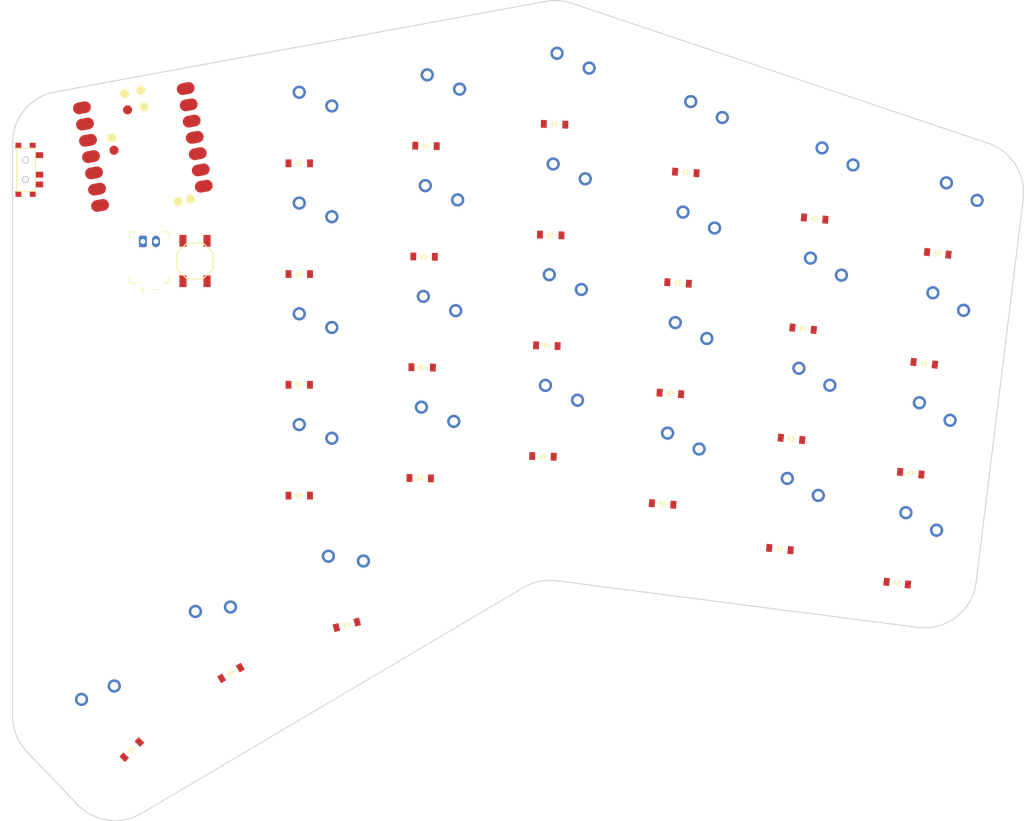
<source format=kicad_pcb>
(kicad_pcb (version 20171130) (host pcbnew 5.1.6)
  (title_block (title "biggie-splays_choc_v1_right") (rev "v1.0.0") (company "Unknown"))
  (layers (0 F.Cu signal) (31 B.Cu signal) (34 B.Paste user) (35 F.Paste user) (36 B.SilkS user) (37 F.SilkS user) (38 B.Mask user) (39 F.Mask user) (44 Edge.Cuts user))
  (net 0 "")
  (net 1 "D5")
  (net 2 "mirror_stretch_bottom")
  (net 3 "GND")
  (net 4 "D1")
  (net 5 "D2")
  (net 6 "mirror_stretch_home")
  (net 7 "mirror_stretch_high")
  (net 8 "mirror_stretch_num")
  (net 9 "D7")
  (net 10 "mirror_pinky_bottom")
  (net 11 "mirror_pinky_home")
  (net 12 "mirror_pinky_high")
  (net 13 "mirror_pinky_num")
  (net 14 "D9")
  (net 15 "mirror_ring_bottom")
  (net 16 "mirror_ring_home")
  (net 17 "mirror_ring_high")
  (net 18 "mirror_ring_num")
  (net 19 "D3")
  (net 20 "mirror_middle_bottom")
  (net 21 "mirror_middle_home")
  (net 22 "mirror_middle_high")
  (net 23 "mirror_middle_num")
  (net 24 "mirror_index_bottom")
  (net 25 "mirror_index_home")
  (net 26 "mirror_index_high")
  (net 27 "mirror_index_num")
  (net 28 "D0")
  (net 29 "mirror_inner_bottom")
  (net 30 "mirror_inner_home")
  (net 31 "mirror_inner_high")
  (net 32 "mirror_inner_num")
  (net 33 "mirror_near_fan")
  (net 34 "mirror_mid_fan")
  (net 35 "mirror_far_fan")
  (net 36 "D4")
  (net 37 "D6")
  (net 38 "D8")
  (net 39 "D10")
  (net 40 "RAW3V3")
  (net 41 "RAW5V")
  (net 42 "CLK")
  (net 43 "DIO")
  (net 44 "RST")
  (net 45 "BAT")
  (net 46 "NFC1")
  (net 47 "NFC2")
  (net 48 "BATCON")
  (net 49 "JST1_1")
  (net 50 "JST1_2")
  (footprint "ceoloide:switch_choc_v1_v2" (layer "B.Cu") (at 276.283683 164.0339861 -7)
    (property "Reference" "S1" hide)
    (pad "" np_thru_hole circle (at 0 0 -7) (size 3.4 3.4) (drill 3.4) (layers "*.Cu" "*.Mask"))
    (pad "" np_thru_hole circle (at 5.5 0 -7) (size 1.9 1.9) (drill 1.9) (layers "*.Cu" "*.Mask"))
    (pad "" np_thru_hole circle (at -5.5 0 -7) (size 1.9 1.9) (drill 1.9) (layers "*.Cu" "*.Mask"))
    (pad "2" thru_hole circle (at 0 -5.9 188) (size 2.032 2.032) (drill 1.27) (layers "*.Cu" "*.Mask") (net 1 "D5"))
    (pad "1" thru_hole circle (at 5 -3.8 188) (size 2.032 2.032) (drill 1.27) (layers "*.Cu" "*.Mask") (net 2 "mirror_stretch_bottom"))
  )
  (footprint "ceoloide:switch_choc_v1_v2" (layer "B.Cu") (at 278.35546179999994 147.1607015 -7)
    (property "Reference" "S2" hide)
    (pad "" np_thru_hole circle (at 0 0 -7) (size 3.4 3.4) (drill 3.4) (layers "*.Cu" "*.Mask"))
    (pad "" np_thru_hole circle (at 5.5 0 -7) (size 1.9 1.9) (drill 1.9) (layers "*.Cu" "*.Mask"))
    (pad "" np_thru_hole circle (at -5.5 0 -7) (size 1.9 1.9) (drill 1.9) (layers "*.Cu" "*.Mask"))
    (pad "2" thru_hole circle (at 0 -5.9 188) (size 2.032 2.032) (drill 1.27) (layers "*.Cu" "*.Mask") (net 1 "D5"))
    (pad "1" thru_hole circle (at 5 -3.8 188) (size 2.032 2.032) (drill 1.27) (layers "*.Cu" "*.Mask") (net 6 "mirror_stretch_home"))
  )
  (footprint "ceoloide:switch_choc_v1_v2" (layer "B.Cu") (at 280.42724069999997 130.2874169 -7)
    (property "Reference" "S3" hide)
    (pad "" np_thru_hole circle (at 0 0 -7) (size 3.4 3.4) (drill 3.4) (layers "*.Cu" "*.Mask"))
    (pad "" np_thru_hole circle (at 5.5 0 -7) (size 1.9 1.9) (drill 1.9) (layers "*.Cu" "*.Mask"))
    (pad "" np_thru_hole circle (at -5.5 0 -7) (size 1.9 1.9) (drill 1.9) (layers "*.Cu" "*.Mask"))
    (pad "2" thru_hole circle (at 0 -5.9 188) (size 2.032 2.032) (drill 1.27) (layers "*.Cu" "*.Mask") (net 1 "D5"))
    (pad "1" thru_hole circle (at 5 -3.8 188) (size 2.032 2.032) (drill 1.27) (layers "*.Cu" "*.Mask") (net 7 "mirror_stretch_high"))
  )
  (footprint "ceoloide:switch_choc_v1_v2" (layer "B.Cu") (at 282.4990195 113.4141324 -7)
    (property "Reference" "S4" hide)
    (pad "" np_thru_hole circle (at 0 0 -7) (size 3.4 3.4) (drill 3.4) (layers "*.Cu" "*.Mask"))
    (pad "" np_thru_hole circle (at 5.5 0 -7) (size 1.9 1.9) (drill 1.9) (layers "*.Cu" "*.Mask"))
    (pad "" np_thru_hole circle (at -5.5 0 -7) (size 1.9 1.9) (drill 1.9) (layers "*.Cu" "*.Mask"))
    (pad "2" thru_hole circle (at 0 -5.9 188) (size 2.032 2.032) (drill 1.27) (layers "*.Cu" "*.Mask") (net 1 "D5"))
    (pad "1" thru_hole circle (at 5 -3.8 188) (size 2.032 2.032) (drill 1.27) (layers "*.Cu" "*.Mask") (net 8 "mirror_stretch_num"))
  )
  (footprint "ceoloide:switch_choc_v1_v2" (layer "B.Cu") (at 258.18793259999995 158.7895778 -6)
    (property "Reference" "S5" hide)
    (pad "" np_thru_hole circle (at 0 0 -6) (size 3.4 3.4) (drill 3.4) (layers "*.Cu" "*.Mask"))
    (pad "" np_thru_hole circle (at 5.5 0 -6) (size 1.9 1.9) (drill 1.9) (layers "*.Cu" "*.Mask"))
    (pad "" np_thru_hole circle (at -5.5 0 -6) (size 1.9 1.9) (drill 1.9) (layers "*.Cu" "*.Mask"))
    (pad "2" thru_hole circle (at 0 -5.9 189) (size 2.032 2.032) (drill 1.27) (layers "*.Cu" "*.Mask") (net 9 "D7"))
    (pad "1" thru_hole circle (at 5 -3.8 189) (size 2.032 2.032) (drill 1.27) (layers "*.Cu" "*.Mask") (net 10 "mirror_pinky_bottom"))
  )
  (footprint "ceoloide:switch_choc_v1_v2" (layer "B.Cu") (at 259.96491649999996 141.8827056 -6)
    (property "Reference" "S6" hide)
    (pad "" np_thru_hole circle (at 0 0 -6) (size 3.4 3.4) (drill 3.4) (layers "*.Cu" "*.Mask"))
    (pad "" np_thru_hole circle (at 5.5 0 -6) (size 1.9 1.9) (drill 1.9) (layers "*.Cu" "*.Mask"))
    (pad "" np_thru_hole circle (at -5.5 0 -6) (size 1.9 1.9) (drill 1.9) (layers "*.Cu" "*.Mask"))
    (pad "2" thru_hole circle (at 0 -5.9 189) (size 2.032 2.032) (drill 1.27) (layers "*.Cu" "*.Mask") (net 9 "D7"))
    (pad "1" thru_hole circle (at 5 -3.8 189) (size 2.032 2.032) (drill 1.27) (layers "*.Cu" "*.Mask") (net 11 "mirror_pinky_home"))
  )
  (footprint "ceoloide:switch_choc_v1_v2" (layer "B.Cu") (at 261.74190039999996 124.9758334 -6)
    (property "Reference" "S7" hide)
    (pad "" np_thru_hole circle (at 0 0 -6) (size 3.4 3.4) (drill 3.4) (layers "*.Cu" "*.Mask"))
    (pad "" np_thru_hole circle (at 5.5 0 -6) (size 1.9 1.9) (drill 1.9) (layers "*.Cu" "*.Mask"))
    (pad "" np_thru_hole circle (at -5.5 0 -6) (size 1.9 1.9) (drill 1.9) (layers "*.Cu" "*.Mask"))
    (pad "2" thru_hole circle (at 0 -5.9 189) (size 2.032 2.032) (drill 1.27) (layers "*.Cu" "*.Mask") (net 9 "D7"))
    (pad "1" thru_hole circle (at 5 -3.8 189) (size 2.032 2.032) (drill 1.27) (layers "*.Cu" "*.Mask") (net 12 "mirror_pinky_high"))
  )
  (footprint "ceoloide:switch_choc_v1_v2" (layer "B.Cu") (at 263.5188842 108.0689612 -6)
    (property "Reference" "S8" hide)
    (pad "" np_thru_hole circle (at 0 0 -6) (size 3.4 3.4) (drill 3.4) (layers "*.Cu" "*.Mask"))
    (pad "" np_thru_hole circle (at 5.5 0 -6) (size 1.9 1.9) (drill 1.9) (layers "*.Cu" "*.Mask"))
    (pad "" np_thru_hole circle (at -5.5 0 -6) (size 1.9 1.9) (drill 1.9) (layers "*.Cu" "*.Mask"))
    (pad "2" thru_hole circle (at 0 -5.9 189) (size 2.032 2.032) (drill 1.27) (layers "*.Cu" "*.Mask") (net 9 "D7"))
    (pad "1" thru_hole circle (at 5 -3.8 189) (size 2.032 2.032) (drill 1.27) (layers "*.Cu" "*.Mask") (net 13 "mirror_pinky_num"))
  )
  (footprint "ceoloide:switch_choc_v1_v2" (layer "B.Cu") (at 240.0135633 151.8518333 -4)
    (property "Reference" "S9" hide)
    (pad "" np_thru_hole circle (at 0 0 -4) (size 3.4 3.4) (drill 3.4) (layers "*.Cu" "*.Mask"))
    (pad "" np_thru_hole circle (at 5.5 0 -4) (size 1.9 1.9) (drill 1.9) (layers "*.Cu" "*.Mask"))
    (pad "" np_thru_hole circle (at -5.5 0 -4) (size 1.9 1.9) (drill 1.9) (layers "*.Cu" "*.Mask"))
    (pad "2" thru_hole circle (at 0 -5.9 191) (size 2.032 2.032) (drill 1.27) (layers "*.Cu" "*.Mask") (net 14 "D9"))
    (pad "1" thru_hole circle (at 5 -3.8 191) (size 2.032 2.032) (drill 1.27) (layers "*.Cu" "*.Mask") (net 15 "mirror_ring_bottom"))
  )
  (footprint "ceoloide:switch_choc_v1_v2" (layer "B.Cu") (at 241.19942329999998 134.8932444 -4)
    (property "Reference" "S10" hide)
    (pad "" np_thru_hole circle (at 0 0 -4) (size 3.4 3.4) (drill 3.4) (layers "*.Cu" "*.Mask"))
    (pad "" np_thru_hole circle (at 5.5 0 -4) (size 1.9 1.9) (drill 1.9) (layers "*.Cu" "*.Mask"))
    (pad "" np_thru_hole circle (at -5.5 0 -4) (size 1.9 1.9) (drill 1.9) (layers "*.Cu" "*.Mask"))
    (pad "2" thru_hole circle (at 0 -5.9 191) (size 2.032 2.032) (drill 1.27) (layers "*.Cu" "*.Mask") (net 14 "D9"))
    (pad "1" thru_hole circle (at 5 -3.8 191) (size 2.032 2.032) (drill 1.27) (layers "*.Cu" "*.Mask") (net 16 "mirror_ring_home"))
  )
  (footprint "ceoloide:switch_choc_v1_v2" (layer "B.Cu") (at 242.38528329999997 117.9346556 -4)
    (property "Reference" "S11" hide)
    (pad "" np_thru_hole circle (at 0 0 -4) (size 3.4 3.4) (drill 3.4) (layers "*.Cu" "*.Mask"))
    (pad "" np_thru_hole circle (at 5.5 0 -4) (size 1.9 1.9) (drill 1.9) (layers "*.Cu" "*.Mask"))
    (pad "" np_thru_hole circle (at -5.5 0 -4) (size 1.9 1.9) (drill 1.9) (layers "*.Cu" "*.Mask"))
    (pad "2" thru_hole circle (at 0 -5.9 191) (size 2.032 2.032) (drill 1.27) (layers "*.Cu" "*.Mask") (net 14 "D9"))
    (pad "1" thru_hole circle (at 5 -3.8 191) (size 2.032 2.032) (drill 1.27) (layers "*.Cu" "*.Mask") (net 17 "mirror_ring_high"))
  )
  (footprint "ceoloide:switch_choc_v1_v2" (layer "B.Cu") (at 243.5711433 100.9760667 -4)
    (property "Reference" "S12" hide)
    (pad "" np_thru_hole circle (at 0 0 -4) (size 3.4 3.4) (drill 3.4) (layers "*.Cu" "*.Mask"))
    (pad "" np_thru_hole circle (at 5.5 0 -4) (size 1.9 1.9) (drill 1.9) (layers "*.Cu" "*.Mask"))
    (pad "" np_thru_hole circle (at -5.5 0 -4) (size 1.9 1.9) (drill 1.9) (layers "*.Cu" "*.Mask"))
    (pad "2" thru_hole circle (at 0 -5.9 191) (size 2.032 2.032) (drill 1.27) (layers "*.Cu" "*.Mask") (net 14 "D9"))
    (pad "1" thru_hole circle (at 5 -3.8 191) (size 2.032 2.032) (drill 1.27) (layers "*.Cu" "*.Mask") (net 18 "mirror_ring_num"))
  )
  (footprint "ceoloide:switch_choc_v1_v2" (layer "B.Cu") (at 221.47838519999996 144.5410759 -2)
    (property "Reference" "S13" hide)
    (pad "" np_thru_hole circle (at 0 0 -2) (size 3.4 3.4) (drill 3.4) (layers "*.Cu" "*.Mask"))
    (pad "" np_thru_hole circle (at 5.5 0 -2) (size 1.9 1.9) (drill 1.9) (layers "*.Cu" "*.Mask"))
    (pad "" np_thru_hole circle (at -5.5 0 -2) (size 1.9 1.9) (drill 1.9) (layers "*.Cu" "*.Mask"))
    (pad "2" thru_hole circle (at 0 -5.9 193) (size 2.032 2.032) (drill 1.27) (layers "*.Cu" "*.Mask") (net 19 "D3"))
    (pad "1" thru_hole circle (at 5 -3.8 193) (size 2.032 2.032) (drill 1.27) (layers "*.Cu" "*.Mask") (net 20 "mirror_middle_bottom"))
  )
  (footprint "ceoloide:switch_choc_v1_v2" (layer "B.Cu") (at 222.0716766 127.5514318 -2)
    (property "Reference" "S14" hide)
    (pad "" np_thru_hole circle (at 0 0 -2) (size 3.4 3.4) (drill 3.4) (layers "*.Cu" "*.Mask"))
    (pad "" np_thru_hole circle (at 5.5 0 -2) (size 1.9 1.9) (drill 1.9) (layers "*.Cu" "*.Mask"))
    (pad "" np_thru_hole circle (at -5.5 0 -2) (size 1.9 1.9) (drill 1.9) (layers "*.Cu" "*.Mask"))
    (pad "2" thru_hole circle (at 0 -5.9 193) (size 2.032 2.032) (drill 1.27) (layers "*.Cu" "*.Mask") (net 19 "D3"))
    (pad "1" thru_hole circle (at 5 -3.8 193) (size 2.032 2.032) (drill 1.27) (layers "*.Cu" "*.Mask") (net 21 "mirror_middle_home"))
  )
  (footprint "ceoloide:switch_choc_v1_v2" (layer "B.Cu") (at 222.66496809999998 110.5617878 -2)
    (property "Reference" "S15" hide)
    (pad "" np_thru_hole circle (at 0 0 -2) (size 3.4 3.4) (drill 3.4) (layers "*.Cu" "*.Mask"))
    (pad "" np_thru_hole circle (at 5.5 0 -2) (size 1.9 1.9) (drill 1.9) (layers "*.Cu" "*.Mask"))
    (pad "" np_thru_hole circle (at -5.5 0 -2) (size 1.9 1.9) (drill 1.9) (layers "*.Cu" "*.Mask"))
    (pad "2" thru_hole circle (at 0 -5.9 193) (size 2.032 2.032) (drill 1.27) (layers "*.Cu" "*.Mask") (net 19 "D3"))
    (pad "1" thru_hole circle (at 5 -3.8 193) (size 2.032 2.032) (drill 1.27) (layers "*.Cu" "*.Mask") (net 22 "mirror_middle_high"))
  )
  (footprint "ceoloide:switch_choc_v1_v2" (layer "B.Cu") (at 223.25825959999997 93.5721437 -2)
    (property "Reference" "S16" hide)
    (pad "" np_thru_hole circle (at 0 0 -2) (size 3.4 3.4) (drill 3.4) (layers "*.Cu" "*.Mask"))
    (pad "" np_thru_hole circle (at 5.5 0 -2) (size 1.9 1.9) (drill 1.9) (layers "*.Cu" "*.Mask"))
    (pad "" np_thru_hole circle (at -5.5 0 -2) (size 1.9 1.9) (drill 1.9) (layers "*.Cu" "*.Mask"))
    (pad "2" thru_hole circle (at 0 -5.9 193) (size 2.032 2.032) (drill 1.27) (layers "*.Cu" "*.Mask") (net 19 "D3"))
    (pad "1" thru_hole circle (at 5 -3.8 193) (size 2.032 2.032) (drill 1.27) (layers "*.Cu" "*.Mask") (net 23 "mirror_middle_num"))
  )
  (footprint "ceoloide:switch_choc_v1_v2" (layer "B.Cu") (at 202.55023969999996 147.8825287 -1)
    (property "Reference" "S17" hide)
    (pad "" np_thru_hole circle (at 0 0 -1) (size 3.4 3.4) (drill 3.4) (layers "*.Cu" "*.Mask"))
    (pad "" np_thru_hole circle (at 5.5 0 -1) (size 1.9 1.9) (drill 1.9) (layers "*.Cu" "*.Mask"))
    (pad "" np_thru_hole circle (at -5.5 0 -1) (size 1.9 1.9) (drill 1.9) (layers "*.Cu" "*.Mask"))
    (pad "2" thru_hole circle (at 0 -5.9 194) (size 2.032 2.032) (drill 1.27) (layers "*.Cu" "*.Mask") (net 5 "D2"))
    (pad "1" thru_hole circle (at 5 -3.8 194) (size 2.032 2.032) (drill 1.27) (layers "*.Cu" "*.Mask") (net 24 "mirror_index_bottom"))
  )
  (footprint "ceoloide:switch_choc_v1_v2" (layer "B.Cu") (at 202.84693059999998 130.8851179 -1)
    (property "Reference" "S18" hide)
    (pad "" np_thru_hole circle (at 0 0 -1) (size 3.4 3.4) (drill 3.4) (layers "*.Cu" "*.Mask"))
    (pad "" np_thru_hole circle (at 5.5 0 -1) (size 1.9 1.9) (drill 1.9) (layers "*.Cu" "*.Mask"))
    (pad "" np_thru_hole circle (at -5.5 0 -1) (size 1.9 1.9) (drill 1.9) (layers "*.Cu" "*.Mask"))
    (pad "2" thru_hole circle (at 0 -5.9 194) (size 2.032 2.032) (drill 1.27) (layers "*.Cu" "*.Mask") (net 5 "D2"))
    (pad "1" thru_hole circle (at 5 -3.8 194) (size 2.032 2.032) (drill 1.27) (layers "*.Cu" "*.Mask") (net 25 "mirror_index_home"))
  )
  (footprint "ceoloide:switch_choc_v1_v2" (layer "B.Cu") (at 203.14362149999997 113.8877071 -1)
    (property "Reference" "S19" hide)
    (pad "" np_thru_hole circle (at 0 0 -1) (size 3.4 3.4) (drill 3.4) (layers "*.Cu" "*.Mask"))
    (pad "" np_thru_hole circle (at 5.5 0 -1) (size 1.9 1.9) (drill 1.9) (layers "*.Cu" "*.Mask"))
    (pad "" np_thru_hole circle (at -5.5 0 -1) (size 1.9 1.9) (drill 1.9) (layers "*.Cu" "*.Mask"))
    (pad "2" thru_hole circle (at 0 -5.9 194) (size 2.032 2.032) (drill 1.27) (layers "*.Cu" "*.Mask") (net 5 "D2"))
    (pad "1" thru_hole circle (at 5 -3.8 194) (size 2.032 2.032) (drill 1.27) (layers "*.Cu" "*.Mask") (net 26 "mirror_index_high"))
  )
  (footprint "ceoloide:switch_choc_v1_v2" (layer "B.Cu") (at 203.4403123 96.8902963 -1)
    (property "Reference" "S20" hide)
    (pad "" np_thru_hole circle (at 0 0 -1) (size 3.4 3.4) (drill 3.4) (layers "*.Cu" "*.Mask"))
    (pad "" np_thru_hole circle (at 5.5 0 -1) (size 1.9 1.9) (drill 1.9) (layers "*.Cu" "*.Mask"))
    (pad "" np_thru_hole circle (at -5.5 0 -1) (size 1.9 1.9) (drill 1.9) (layers "*.Cu" "*.Mask"))
    (pad "2" thru_hole circle (at 0 -5.9 194) (size 2.032 2.032) (drill 1.27) (layers "*.Cu" "*.Mask") (net 5 "D2"))
    (pad "1" thru_hole circle (at 5 -3.8 194) (size 2.032 2.032) (drill 1.27) (layers "*.Cu" "*.Mask") (net 27 "mirror_index_num"))
  )
  (footprint "ceoloide:switch_choc_v1_v2" (layer "B.Cu") (at 183.90071529999997 150.5574571 0)
    (property "Reference" "S21" hide)
    (pad "" np_thru_hole circle (at 0 0 0) (size 3.4 3.4) (drill 3.4) (layers "*.Cu" "*.Mask"))
    (pad "" np_thru_hole circle (at 5.5 0 0) (size 1.9 1.9) (drill 1.9) (layers "*.Cu" "*.Mask"))
    (pad "" np_thru_hole circle (at -5.5 0 0) (size 1.9 1.9) (drill 1.9) (layers "*.Cu" "*.Mask"))
    (pad "2" thru_hole circle (at 0 -5.9 195) (size 2.032 2.032) (drill 1.27) (layers "*.Cu" "*.Mask") (net 28 "D0"))
    (pad "1" thru_hole circle (at 5 -3.8 195) (size 2.032 2.032) (drill 1.27) (layers "*.Cu" "*.Mask") (net 29 "mirror_inner_bottom"))
  )
  (footprint "ceoloide:switch_choc_v1_v2" (layer "B.Cu") (at 183.90071529999997 133.5574571 0)
    (property "Reference" "S22" hide)
    (pad "" np_thru_hole circle (at 0 0 0) (size 3.4 3.4) (drill 3.4) (layers "*.Cu" "*.Mask"))
    (pad "" np_thru_hole circle (at 5.5 0 0) (size 1.9 1.9) (drill 1.9) (layers "*.Cu" "*.Mask"))
    (pad "" np_thru_hole circle (at -5.5 0 0) (size 1.9 1.9) (drill 1.9) (layers "*.Cu" "*.Mask"))
    (pad "2" thru_hole circle (at 0 -5.9 195) (size 2.032 2.032) (drill 1.27) (layers "*.Cu" "*.Mask") (net 28 "D0"))
    (pad "1" thru_hole circle (at 5 -3.8 195) (size 2.032 2.032) (drill 1.27) (layers "*.Cu" "*.Mask") (net 30 "mirror_inner_home"))
  )
  (footprint "ceoloide:switch_choc_v1_v2" (layer "B.Cu") (at 183.90071539999997 116.557457 0)
    (property "Reference" "S23" hide)
    (pad "" np_thru_hole circle (at 0 0 0) (size 3.4 3.4) (drill 3.4) (layers "*.Cu" "*.Mask"))
    (pad "" np_thru_hole circle (at 5.5 0 0) (size 1.9 1.9) (drill 1.9) (layers "*.Cu" "*.Mask"))
    (pad "" np_thru_hole circle (at -5.5 0 0) (size 1.9 1.9) (drill 1.9) (layers "*.Cu" "*.Mask"))
    (pad "2" thru_hole circle (at 0 -5.9 195) (size 2.032 2.032) (drill 1.27) (layers "*.Cu" "*.Mask") (net 28 "D0"))
    (pad "1" thru_hole circle (at 5 -3.8 195) (size 2.032 2.032) (drill 1.27) (layers "*.Cu" "*.Mask") (net 31 "mirror_inner_high"))
  )
  (footprint "ceoloide:switch_choc_v1_v2" (layer "B.Cu") (at 183.90071539999997 99.557457 0)
    (property "Reference" "S24" hide)
    (pad "" np_thru_hole circle (at 0 0 0) (size 3.4 3.4) (drill 3.4) (layers "*.Cu" "*.Mask"))
    (pad "" np_thru_hole circle (at 5.5 0 0) (size 1.9 1.9) (drill 1.9) (layers "*.Cu" "*.Mask"))
    (pad "" np_thru_hole circle (at -5.5 0 0) (size 1.9 1.9) (drill 1.9) (layers "*.Cu" "*.Mask"))
    (pad "2" thru_hole circle (at 0 -5.9 195) (size 2.032 2.032) (drill 1.27) (layers "*.Cu" "*.Mask") (net 28 "D0"))
    (pad "1" thru_hole circle (at 5 -3.8 195) (size 2.032 2.032) (drill 1.27) (layers "*.Cu" "*.Mask") (net 32 "mirror_inner_num"))
  )
  (footprint "ceoloide:switch_choc_v1_v2" (layer "B.Cu") (at 189.90071529999997 170.5574571 15)
    (property "Reference" "S25" hide)
    (pad "" np_thru_hole circle (at 0 0 15) (size 3.4 3.4) (drill 3.4) (layers "*.Cu" "*.Mask"))
    (pad "" np_thru_hole circle (at 5.5 0 15) (size 1.9 1.9) (drill 1.9) (layers "*.Cu" "*.Mask"))
    (pad "" np_thru_hole circle (at -5.5 0 15) (size 1.9 1.9) (drill 1.9) (layers "*.Cu" "*.Mask"))
    (pad "2" thru_hole circle (at 0 -5.9 210) (size 2.032 2.032) (drill 1.27) (layers "*.Cu" "*.Mask") (net 19 "D3"))
    (pad "1" thru_hole circle (at 5 -3.8 210) (size 2.032 2.032) (drill 1.27) (layers "*.Cu" "*.Mask") (net 33 "mirror_near_fan"))
  )
  (footprint "ceoloide:switch_choc_v1_v2" (layer "B.Cu") (at 170.9159743 178.4482508 30)
    (property "Reference" "S26" hide)
    (pad "" np_thru_hole circle (at 0 0 30) (size 3.4 3.4) (drill 3.4) (layers "*.Cu" "*.Mask"))
    (pad "" np_thru_hole circle (at 5.5 0 30) (size 1.9 1.9) (drill 1.9) (layers "*.Cu" "*.Mask"))
    (pad "" np_thru_hole circle (at -5.5 0 30) (size 1.9 1.9) (drill 1.9) (layers "*.Cu" "*.Mask"))
    (pad "2" thru_hole circle (at 0 -5.9 225) (size 2.032 2.032) (drill 1.27) (layers "*.Cu" "*.Mask") (net 5 "D2"))
    (pad "1" thru_hole circle (at 5 -3.8 225) (size 2.032 2.032) (drill 1.27) (layers "*.Cu" "*.Mask") (net 34 "mirror_mid_fan"))
  )
  (footprint "ceoloide:switch_choc_v1_v2" (layer "B.Cu") (at 154.6628515 191.0044251 45)
    (property "Reference" "S27" hide)
    (pad "" np_thru_hole circle (at 0 0 45) (size 3.4 3.4) (drill 3.4) (layers "*.Cu" "*.Mask"))
    (pad "" np_thru_hole circle (at 5.5 0 45) (size 1.9 1.9) (drill 1.9) (layers "*.Cu" "*.Mask"))
    (pad "" np_thru_hole circle (at -5.5 0 45) (size 1.9 1.9) (drill 1.9) (layers "*.Cu" "*.Mask"))
    (pad "2" thru_hole circle (at 0 -5.9 240) (size 2.032 2.032) (drill 1.27) (layers "*.Cu" "*.Mask") (net 28 "D0"))
    (pad "1" thru_hole circle (at 5 -3.8 240) (size 2.032 2.032) (drill 1.27) (layers "*.Cu" "*.Mask") (net 35 "mirror_far_fan"))
  )
  (footprint "ceoloide:diode_tht_sod123" (layer "F.Cu") (at 275.6743363 168.9967169 -7)
    (property "Reference" "D1" hide)
    (pad "1" smd rect (at -1.65 0 -7) (size 0.9 1.2) (layers "F.Cu" "F.Paste" "F.Mask") (net 36 "D4"))
    (pad "2" smd rect (at 1.65 0 -7) (size 0.9 1.2) (layers "F.Cu" "F.Paste" "F.Mask") (net 2 "mirror_stretch_bottom"))
  )
  (footprint "ceoloide:diode_tht_sod123" (layer "F.Cu") (at 277.74611509999994 152.1234323 -7)
    (property "Reference" "D2" hide)
    (pad "1" smd rect (at -1.65 0 -7) (size 0.9 1.2) (layers "F.Cu" "F.Paste" "F.Mask") (net 37 "D6"))
    (pad "2" smd rect (at 1.65 0 -7) (size 0.9 1.2) (layers "F.Cu" "F.Paste" "F.Mask") (net 6 "mirror_stretch_home"))
  )
  (footprint "ceoloide:diode_tht_sod123" (layer "F.Cu") (at 279.81789399999997 135.2501477 -7)
    (property "Reference" "D3" hide)
    (pad "1" smd rect (at -1.65 0 -7) (size 0.9 1.2) (layers "F.Cu" "F.Paste" "F.Mask") (net 38 "D8"))
    (pad "2" smd rect (at 1.65 0 -7) (size 0.9 1.2) (layers "F.Cu" "F.Paste" "F.Mask") (net 7 "mirror_stretch_high"))
  )
  (footprint "ceoloide:diode_tht_sod123" (layer "F.Cu") (at 281.88967279999997 118.3768632 -7)
    (property "Reference" "D4" hide)
    (pad "1" smd rect (at -1.65 0 -7) (size 0.9 1.2) (layers "F.Cu" "F.Paste" "F.Mask") (net 39 "D10"))
    (pad "2" smd rect (at 1.65 0 -7) (size 0.9 1.2) (layers "F.Cu" "F.Paste" "F.Mask") (net 8 "mirror_stretch_num"))
  )
  (footprint "ceoloide:diode_tht_sod123" (layer "F.Cu") (at 257.6652903 163.7621873 -6)
    (property "Reference" "D5" hide)
    (pad "1" smd rect (at -1.65 0 -6) (size 0.9 1.2) (layers "F.Cu" "F.Paste" "F.Mask") (net 36 "D4"))
    (pad "2" smd rect (at 1.65 0 -6) (size 0.9 1.2) (layers "F.Cu" "F.Paste" "F.Mask") (net 10 "mirror_pinky_bottom"))
  )
  (footprint "ceoloide:diode_tht_sod123" (layer "F.Cu") (at 259.4422742 146.8553151 -6)
    (property "Reference" "D6" hide)
    (pad "1" smd rect (at -1.65 0 -6) (size 0.9 1.2) (layers "F.Cu" "F.Paste" "F.Mask") (net 37 "D6"))
    (pad "2" smd rect (at 1.65 0 -6) (size 0.9 1.2) (layers "F.Cu" "F.Paste" "F.Mask") (net 11 "mirror_pinky_home"))
  )
  (footprint "ceoloide:diode_tht_sod123" (layer "F.Cu") (at 261.2192581 129.9484429 -6)
    (property "Reference" "D7" hide)
    (pad "1" smd rect (at -1.65 0 -6) (size 0.9 1.2) (layers "F.Cu" "F.Paste" "F.Mask") (net 38 "D8"))
    (pad "2" smd rect (at 1.65 0 -6) (size 0.9 1.2) (layers "F.Cu" "F.Paste" "F.Mask") (net 12 "mirror_pinky_high"))
  )
  (footprint "ceoloide:diode_tht_sod123" (layer "F.Cu") (at 262.99624190000003 113.04157070000001 -6)
    (property "Reference" "D8" hide)
    (pad "1" smd rect (at -1.65 0 -6) (size 0.9 1.2) (layers "F.Cu" "F.Paste" "F.Mask") (net 39 "D10"))
    (pad "2" smd rect (at 1.65 0 -6) (size 0.9 1.2) (layers "F.Cu" "F.Paste" "F.Mask") (net 13 "mirror_pinky_num"))
  )
  (footprint "ceoloide:diode_tht_sod123" (layer "F.Cu") (at 239.66478089999998 156.83965360000002 -4)
    (property "Reference" "D9" hide)
    (pad "1" smd rect (at -1.65 0 -4) (size 0.9 1.2) (layers "F.Cu" "F.Paste" "F.Mask") (net 36 "D4"))
    (pad "2" smd rect (at 1.65 0 -4) (size 0.9 1.2) (layers "F.Cu" "F.Paste" "F.Mask") (net 15 "mirror_ring_bottom"))
  )
  (footprint "ceoloide:diode_tht_sod123" (layer "F.Cu") (at 240.85064089999997 139.8810647 -4)
    (property "Reference" "D10" hide)
    (pad "1" smd rect (at -1.65 0 -4) (size 0.9 1.2) (layers "F.Cu" "F.Paste" "F.Mask") (net 37 "D6"))
    (pad "2" smd rect (at 1.65 0 -4) (size 0.9 1.2) (layers "F.Cu" "F.Paste" "F.Mask") (net 16 "mirror_ring_home"))
  )
  (footprint "ceoloide:diode_tht_sod123" (layer "F.Cu") (at 242.03650089999996 122.9224759 -4)
    (property "Reference" "D11" hide)
    (pad "1" smd rect (at -1.65 0 -4) (size 0.9 1.2) (layers "F.Cu" "F.Paste" "F.Mask") (net 38 "D8"))
    (pad "2" smd rect (at 1.65 0 -4) (size 0.9 1.2) (layers "F.Cu" "F.Paste" "F.Mask") (net 17 "mirror_ring_high"))
  )
  (footprint "ceoloide:diode_tht_sod123" (layer "F.Cu") (at 243.22236089999998 105.963887 -4)
    (property "Reference" "D12" hide)
    (pad "1" smd rect (at -1.65 0 -4) (size 0.9 1.2) (layers "F.Cu" "F.Paste" "F.Mask") (net 39 "D10"))
    (pad "2" smd rect (at 1.65 0 -4) (size 0.9 1.2) (layers "F.Cu" "F.Paste" "F.Mask") (net 18 "mirror_ring_num"))
  )
  (footprint "ceoloide:diode_tht_sod123" (layer "F.Cu") (at 221.30388769999996 149.53803000000002 -2)
    (property "Reference" "D13" hide)
    (pad "1" smd rect (at -1.65 0 -2) (size 0.9 1.2) (layers "F.Cu" "F.Paste" "F.Mask") (net 36 "D4"))
    (pad "2" smd rect (at 1.65 0 -2) (size 0.9 1.2) (layers "F.Cu" "F.Paste" "F.Mask") (net 20 "mirror_middle_bottom"))
  )
  (footprint "ceoloide:diode_tht_sod123" (layer "F.Cu") (at 221.8971791 132.5483859 -2)
    (property "Reference" "D14" hide)
    (pad "1" smd rect (at -1.65 0 -2) (size 0.9 1.2) (layers "F.Cu" "F.Paste" "F.Mask") (net 37 "D6"))
    (pad "2" smd rect (at 1.65 0 -2) (size 0.9 1.2) (layers "F.Cu" "F.Paste" "F.Mask") (net 21 "mirror_middle_home"))
  )
  (footprint "ceoloide:diode_tht_sod123" (layer "F.Cu") (at 222.49047059999998 115.5587419 -2)
    (property "Reference" "D15" hide)
    (pad "1" smd rect (at -1.65 0 -2) (size 0.9 1.2) (layers "F.Cu" "F.Paste" "F.Mask") (net 38 "D8"))
    (pad "2" smd rect (at 1.65 0 -2) (size 0.9 1.2) (layers "F.Cu" "F.Paste" "F.Mask") (net 22 "mirror_middle_high"))
  )
  (footprint "ceoloide:diode_tht_sod123" (layer "F.Cu") (at 223.08376209999997 98.5690978 -2)
    (property "Reference" "D16" hide)
    (pad "1" smd rect (at -1.65 0 -2) (size 0.9 1.2) (layers "F.Cu" "F.Paste" "F.Mask") (net 39 "D10"))
    (pad "2" smd rect (at 1.65 0 -2) (size 0.9 1.2) (layers "F.Cu" "F.Paste" "F.Mask") (net 23 "mirror_middle_num"))
  )
  (footprint "ceoloide:diode_tht_sod123" (layer "F.Cu") (at 202.46297769999995 152.88176719999998 -1)
    (property "Reference" "D17" hide)
    (pad "1" smd rect (at -1.65 0 -1) (size 0.9 1.2) (layers "F.Cu" "F.Paste" "F.Mask") (net 36 "D4"))
    (pad "2" smd rect (at 1.65 0 -1) (size 0.9 1.2) (layers "F.Cu" "F.Paste" "F.Mask") (net 24 "mirror_index_bottom"))
  )
  (footprint "ceoloide:diode_tht_sod123" (layer "F.Cu") (at 202.75966859999997 135.8843564 -1)
    (property "Reference" "D18" hide)
    (pad "1" smd rect (at -1.65 0 -1) (size 0.9 1.2) (layers "F.Cu" "F.Paste" "F.Mask") (net 37 "D6"))
    (pad "2" smd rect (at 1.65 0 -1) (size 0.9 1.2) (layers "F.Cu" "F.Paste" "F.Mask") (net 25 "mirror_index_home"))
  )
  (footprint "ceoloide:diode_tht_sod123" (layer "F.Cu") (at 203.05635949999996 118.8869456 -1)
    (property "Reference" "D19" hide)
    (pad "1" smd rect (at -1.65 0 -1) (size 0.9 1.2) (layers "F.Cu" "F.Paste" "F.Mask") (net 38 "D8"))
    (pad "2" smd rect (at 1.65 0 -1) (size 0.9 1.2) (layers "F.Cu" "F.Paste" "F.Mask") (net 26 "mirror_index_high"))
  )
  (footprint "ceoloide:diode_tht_sod123" (layer "F.Cu") (at 203.35305029999998 101.8895348 -1)
    (property "Reference" "D20" hide)
    (pad "1" smd rect (at -1.65 0 -1) (size 0.9 1.2) (layers "F.Cu" "F.Paste" "F.Mask") (net 39 "D10"))
    (pad "2" smd rect (at 1.65 0 -1) (size 0.9 1.2) (layers "F.Cu" "F.Paste" "F.Mask") (net 27 "mirror_index_num"))
  )
  (footprint "ceoloide:diode_tht_sod123" (layer "F.Cu") (at 183.90071529999997 155.5574571 0)
    (property "Reference" "D21" hide)
    (pad "1" smd rect (at -1.65 0 0) (size 0.9 1.2) (layers "F.Cu" "F.Paste" "F.Mask") (net 36 "D4"))
    (pad "2" smd rect (at 1.65 0 0) (size 0.9 1.2) (layers "F.Cu" "F.Paste" "F.Mask") (net 29 "mirror_inner_bottom"))
  )
  (footprint "ceoloide:diode_tht_sod123" (layer "F.Cu") (at 183.90071529999997 138.5574571 0)
    (property "Reference" "D22" hide)
    (pad "1" smd rect (at -1.65 0 0) (size 0.9 1.2) (layers "F.Cu" "F.Paste" "F.Mask") (net 37 "D6"))
    (pad "2" smd rect (at 1.65 0 0) (size 0.9 1.2) (layers "F.Cu" "F.Paste" "F.Mask") (net 30 "mirror_inner_home"))
  )
  (footprint "ceoloide:diode_tht_sod123" (layer "F.Cu") (at 183.90071539999997 121.557457 0)
    (property "Reference" "D23" hide)
    (pad "1" smd rect (at -1.65 0 0) (size 0.9 1.2) (layers "F.Cu" "F.Paste" "F.Mask") (net 38 "D8"))
    (pad "2" smd rect (at 1.65 0 0) (size 0.9 1.2) (layers "F.Cu" "F.Paste" "F.Mask") (net 31 "mirror_inner_high"))
  )
  (footprint "ceoloide:diode_tht_sod123" (layer "F.Cu") (at 183.90071539999997 104.557457 0)
    (property "Reference" "D24" hide)
    (pad "1" smd rect (at -1.65 0 0) (size 0.9 1.2) (layers "F.Cu" "F.Paste" "F.Mask") (net 39 "D10"))
    (pad "2" smd rect (at 1.65 0 0) (size 0.9 1.2) (layers "F.Cu" "F.Paste" "F.Mask") (net 32 "mirror_inner_num"))
  )
  (footprint "ceoloide:diode_tht_sod123" (layer "F.Cu") (at 191.19481049999996 175.3870862 15)
    (property "Reference" "D25" hide)
    (pad "1" smd rect (at -1.65 0 15) (size 0.9 1.2) (layers "F.Cu" "F.Paste" "F.Mask") (net 4 "D1"))
    (pad "2" smd rect (at 1.65 0 15) (size 0.9 1.2) (layers "F.Cu" "F.Paste" "F.Mask") (net 33 "mirror_near_fan"))
  )
  (footprint "ceoloide:diode_tht_sod123" (layer "F.Cu") (at 173.4159743 182.77837780000002 30)
    (property "Reference" "D26" hide)
    (pad "1" smd rect (at -1.65 0 30) (size 0.9 1.2) (layers "F.Cu" "F.Paste" "F.Mask") (net 4 "D1"))
    (pad "2" smd rect (at 1.65 0 30) (size 0.9 1.2) (layers "F.Cu" "F.Paste" "F.Mask") (net 34 "mirror_mid_fan"))
  )
  (footprint "ceoloide:diode_tht_sod123" (layer "F.Cu") (at 158.19838539999998 194.53995899999998 45)
    (property "Reference" "D27" hide)
    (pad "1" smd rect (at -1.65 0 45) (size 0.9 1.2) (layers "F.Cu" "F.Paste" "F.Mask") (net 4 "D1"))
    (pad "2" smd rect (at 1.65 0 45) (size 0.9 1.2) (layers "F.Cu" "F.Paste" "F.Mask") (net 35 "mirror_far_fan"))
  )
  (footprint "xiao_smd" (layer "F.Cu") (at 159.90071539999997 102.057457 10.5)
    (property "Reference" "MCU1" hide)
    (pad "1" smd oval (at -7.62 -7.62 190.5) (size 2.75 1.8) (drill (offset 0.475 0)) (layers "F.Cu" "F.Paste" "F.Mask") (net 28 "D0"))
    (pad "2" smd oval (at -7.62 -5.08 190.5) (size 2.75 1.8) (drill (offset 0.475 0)) (layers "F.Cu" "F.Paste" "F.Mask") (net 4 "D1"))
    (pad "3" smd oval (at -7.62 -2.54 190.5) (size 2.75 1.8) (drill (offset 0.475 0)) (layers "F.Cu" "F.Paste" "F.Mask") (net 5 "D2"))
    (pad "4" smd oval (at -7.62 0 190.5) (size 2.75 1.8) (drill (offset 0.475 0)) (layers "F.Cu" "F.Paste" "F.Mask") (net 19 "D3"))
    (pad "5" smd oval (at -7.62 2.54 190.5) (size 2.75 1.8) (drill (offset 0.475 0)) (layers "F.Cu" "F.Paste" "F.Mask") (net 36 "D4"))
    (pad "6" smd oval (at -7.62 5.08 190.5) (size 2.75 1.8) (drill (offset 0.475 0)) (layers "F.Cu" "F.Paste" "F.Mask") (net 1 "D5"))
    (pad "7" smd oval (at -7.62 7.62 190.5) (size 2.75 1.8) (drill (offset 0.475 0)) (layers "F.Cu" "F.Paste" "F.Mask") (net 37 "D6"))
    (pad "8" smd oval (at 7.62 7.62 10.5) (size 2.75 1.8) (drill (offset 0.475 0)) (layers "F.Cu" "F.Paste" "F.Mask") (net 9 "D7"))
    (pad "9" smd oval (at 7.62 5.08 10.5) (size 2.75 1.8) (drill (offset 0.475 0)) (layers "F.Cu" "F.Paste" "F.Mask") (net 38 "D8"))
    (pad "10" smd oval (at 7.62 2.54 10.5) (size 2.75 1.8) (drill (offset 0.475 0)) (layers "F.Cu" "F.Paste" "F.Mask") (net 14 "D9"))
    (pad "11" smd oval (at 7.62 0 10.5) (size 2.75 1.8) (drill (offset 0.475 0)) (layers "F.Cu" "F.Paste" "F.Mask") (net 39 "D10"))
    (pad "12" smd oval (at 7.62 -2.54 10.5) (size 2.75 1.8) (drill (offset 0.475 0)) (layers "F.Cu" "F.Paste" "F.Mask") (net 40 "RAW3V3"))
    (pad "13" smd oval (at 7.62 -5.08 10.5) (size 2.75 1.8) (drill (offset 0.475 0)) (layers "F.Cu" "F.Paste" "F.Mask") (net 3 "GND"))
    (pad "14" smd oval (at 7.62 -7.62 10.5) (size 2.75 1.8) (drill (offset 0.475 0)) (layers "F.Cu" "F.Paste" "F.Mask") (net 41 "RAW5V"))
    (pad "15" smd circle (at -1.27 -8.572 100.5) (size 1.397 1.397) (drill 1.016) (layers "F.SilkS") (net 42 "CLK"))
    (pad "16" smd circle (at 1.27 -8.572 100.5) (size 1.397 1.397) (drill 1.016) (layers "F.SilkS") (net 43 "DIO"))
    (pad "17" smd circle (at -1.27 -6.032 100.5) (size 1.397 1.397) (drill 1.016) (layers "F.Cu" "F.Paste" "F.Mask") (net 44 "RST"))
    (pad "18" smd circle (at 1.27 -6.032 100.5) (size 1.397 1.397) (drill 1.016) (layers "F.SilkS") (net 3 "GND"))
    (pad "19" smd circle (at -4.445 -0.317 190.5) (size 1.397 1.397) (drill 1.016) (layers "F.Cu" "F.Paste" "F.Mask") (net 45 "BAT"))
    (pad "20" smd circle (at -4.445 -2.222 190.5) (size 1.397 1.397) (drill 1.016) (layers "F.SilkS") (net 3 "GND"))
    (pad "21" smd circle (at 3.81 9.208 190.5) (size 1.397 1.397) (drill 1.016) (layers "F.SilkS") (net 46 "NFC1"))
    (pad "22" smd circle (at 5.715 9.208 190.5) (size 1.397 1.397) (drill 1.016) (layers "F.SilkS") (net 47 "NFC2"))
  )
  (module E73:SW_TACT_ALPS_SKQGABE010 (layer F.Cu) (at 167.90071539999997 119.557457 90)
    (fp_text reference "B1" hide)
    (fp_text value "" hide)
    (pad 1 smd rect (at -3.1 -1.85 90) (size 1.8 1.1) (layers F.Cu F.Paste F.Mask) (net 44 "RST"))
    (pad 1 smd rect (at 3.1 -1.85 90) (size 1.8 1.1) (layers F.Cu F.Paste F.Mask) (net 44 "RST"))
    (pad 2 smd rect (at -3.1 1.85 90) (size 1.8 1.1) (layers F.Cu F.Paste F.Mask) (net 3 "GND"))
    (pad 2 smd rect (at 3.1 1.85 90) (size 1.8 1.1) (layers F.Cu F.Paste F.Mask) (net 3 "GND"))
  )
  (module E73:SPDT_C128955 (layer F.Cu) (at 141.90071539999997 105.557457 90)
    (fp_text reference "T1" hide)
    (fp_text value "" hide)
    (pad "" np_thru_hole circle (at 1.5 0) (size 1 1) (drill 0.9) (layers *.Cu *.Mask))
    (pad "" np_thru_hole circle (at -1.5 0) (size 1 1) (drill 0.9) (layers *.Cu *.Mask))
    (pad 1 smd rect (at 2.25 2.075 90) (size 0.9 1.25) (layers F.Cu F.Paste F.Mask) (net 45 "BAT"))
    (pad 2 smd rect (at -0.75 2.075 90) (size 0.9 1.25) (layers F.Cu F.Paste F.Mask) (net 48 "BATCON"))
    (pad 3 smd rect (at -2.25 2.075 90) (size 0.9 1.25) (layers F.Cu F.Paste F.Mask))
    (pad "" smd rect (at 3.7 -1.1 90) (size 0.9 0.9) (layers F.Cu F.Paste F.Mask))
    (pad "" smd rect (at 3.7 1.1 90) (size 0.9 0.9) (layers F.Cu F.Paste F.Mask))
    (pad "" smd rect (at -3.7 1.1 90) (size 0.9 0.9) (layers F.Cu F.Paste F.Mask))
    (pad "" smd rect (at -3.7 -1.1 90) (size 0.9 0.9) (layers F.Cu F.Paste F.Mask))
  )
  (footprint "ceoloide:battery_connector_jst_ph_2" (layer "F.Cu") (at 160.90071539999997 116.557457 0)
    (property "Reference" "JST1" hide)
    (pad "1" thru_hole roundrect (at -1 0 0) (size 1.2 1.75) (drill 0.75) (layers "*.Cu" "*.Mask") (roundrect_rratio 0.20) (net 48 "BATCON"))
    (pad "2" thru_hole oval (at 1 0 0) (size 1.2 1.75) (drill 0.75) (layers "*.Cu" "*.Mask") (net 3 "GND"))
  )
  (gr_line (start 142.1189039910666 194.87704081536077) (end 149.85006658486952 202.96160049489305) (angle 90) (layer Edge.Cuts) (width 0.15))
  (gr_line (start 159.7041169667219 204.3185175111079) (end 218.2818144746162 169.67682360707315) (angle 90) (layer Edge.Cuts) (width 0.15))
  (gr_line (start 223.3776654729151 168.6285710263626) (end 278.8218948688669 175.78153801540554) (angle 90) (layer Edge.Cuts) (width 0.15))
  (gr_line (start 287.78587613647596 168.82224897475135) (end 295.00358300947545 110.03874357559926) (angle 90) (layer Edge.Cuts) (width 0.15))
  (gr_line (start 289.61351379746174 101.48117952969024) (end 225.71987122672402 79.99148594242077) (angle 90) (layer Edge.Cuts) (width 0.15))
  (gr_line (start 221.71757837536578 79.7069667177039) (end 146.44872257885737 93.5989271789225) (angle 90) (layer Edge.Cuts) (width 0.15))
  (gr_line (start 139.90071539999997 101.46605609347677) (end 139.90071539999997 189.34796701556036) (angle 90) (layer Edge.Cuts) (width 0.15))
  (gr_arc (start 155.631877993803 197.43252669509272) (end 149.85006659380298 202.9616004950927) (angle -76.87927193500249) (layer Edge.Cuts) (width 0.15))
  (gr_arc (start 222.3540534475352 176.56281442308833) (end 223.3776654475352 168.62857102308834) (angle -37.95046513938021) (layer Edge.Cuts) (width 0.15))
  (gr_arc (start 279.8455068942468 167.84729461867985) (end 278.8218948942468 175.78153801867984) (angle -90.35123632362769) (layer Edge.Cuts) (width 0.15))
  (gr_arc (start 287.06321376724634 109.06378921952773) (end 295.0035830672463 110.03874361952774) (angle -78.41038309010631) (layer Edge.Cuts) (width 0.15))
  (gr_arc (start 223.1695711965084 87.57409563225819) (end 225.7198711965084 79.99148593225819) (angle -29.046704540699068) (layer Edge.Cuts) (width 0.15))
  (gr_arc (start 147.90071539999997 101.46605609347677) (end 146.44872259999997 93.59892719347677) (angle -79.54290956313454) (layer Edge.Cuts) (width 0.15))
  (gr_arc (start 147.90071539999997 189.34796701556036) (end 139.90071539999997 189.34796701556036) (angle -43.719959686812615) (layer Edge.Cuts) (width 0.15))
)
</source>
